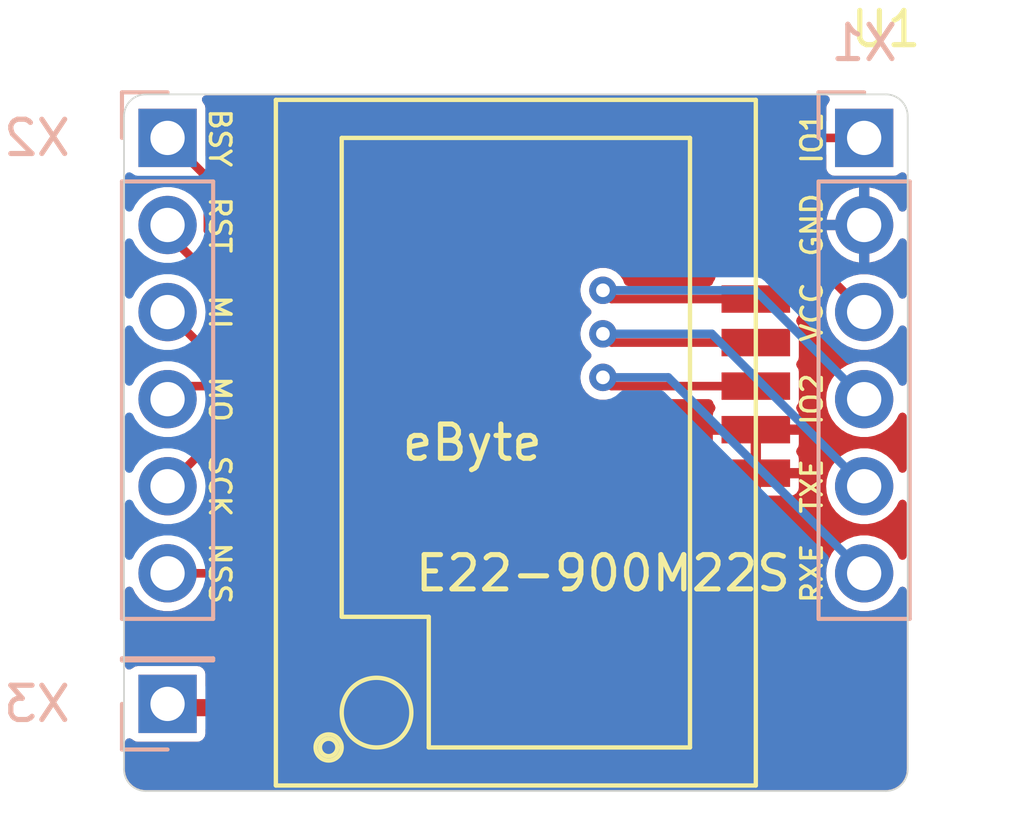
<source format=kicad_pcb>
(kicad_pcb (version 20221018) (generator pcbnew)
  (layers (0 "F.Cu" signal) (31 "B.Cu" signal) (34 "B.Paste" user) (35 "F.Paste" user) (36 "B.SilkS" user "B.Silkscreen") (37 "F.SilkS" user "F.Silkscreen") (38 "B.Mask" user) (39 "F.Mask" user) (44 "Edge.Cuts" user))
  (net 0 "")
  (net 1 "Net-(U1-Pad21)")
  (net 2 "Net-(U1-Pad19)")
  (net 3 "Net-(U1-Pad18)")
  (net 4 "Net-(U1-Pad17)")
  (net 5 "Net-(U1-Pad16)")
  (net 6 "Net-(U1-Pad15)")
  (net 7 "Net-(U1-Pad14)")
  (net 8 "Net-(U1-Pad13)")
  (net 9 "Net-(U1-Pad8)")
  (net 10 "Net-(U1-Pad7)")
  (net 11 "Net-(U1-Pad6)")
  (net 12 "GND")
  (net 13 "VCC")
  (footprint "E22-900M22S:E22-900M22S" (layer "F.Cu") (at 124.46 86.36)
    (fp_text reference "U1" (at 10.795 -12.065) (layer "F.SilkS"))
    (fp_text value "E22-900M22S")
    (fp_text user "E22-900M22S" (at 2.54 3.81) (layer "F.SilkS"))
    (fp_text user "eByte" (at -1.27 0) (layer "F.SilkS"))
    (fp_line (start -7 -10) (end 7 -10) (stroke (width 0.127)) (layer "F.SilkS"))
    (fp_line (start -7 10) (end -7 -10) (stroke (width 0.127)) (layer "F.SilkS"))
    (fp_line (start -5.08 -8.89) (end 5.08 -8.89) (stroke (width 0.127)) (layer "F.SilkS"))
    (fp_line (start -5.08 5.08) (end -5.08 -8.89) (stroke (width 0.127)) (layer "F.SilkS"))
    (fp_line (start -2.54 5.08) (end -5.08 5.08) (stroke (width 0.127)) (layer "F.SilkS"))
    (fp_line (start -2.54 8.89) (end -2.54 5.08) (stroke (width 0.127)) (layer "F.SilkS"))
    (fp_line (start 5.08 -8.89) (end 5.08 8.89) (stroke (width 0.127)) (layer "F.SilkS"))
    (fp_line (start 5.08 8.89) (end -2.54 8.89) (stroke (width 0.127)) (layer "F.SilkS"))
    (fp_line (start 7 -10) (end 7 10) (stroke (width 0.127)) (layer "F.SilkS"))
    (fp_line (start 7 10) (end -7 10) (stroke (width 0.127)) (layer "F.SilkS"))
    (fp_circle (center -5.461 8.89) (end -5.207 8.89) (stroke (width 0.127)) (fill none) (layer "F.SilkS"))
    (fp_circle (center -5.461 8.89) (end -5.08 8.89) (stroke (width 0.127)) (fill none) (layer "F.SilkS"))
    (fp_circle (center -4.064 7.874) (end -3.048 7.874) (stroke (width 0.127)) (fill none) (layer "F.SilkS"))
    (pad "1" smd rect (at 7 9) (size 2 0.8) (layers "F.Cu" "F.Paste" "F.Mask") (net 12 "GND"))
    (pad "2" smd rect (at 7 7.73) (size 2 0.8) (layers "F.Cu" "F.Paste" "F.Mask") (net 12 "GND"))
    (pad "3" smd rect (at 7 6.46) (size 2 0.8) (layers "F.Cu" "F.Paste" "F.Mask") (net 12 "GND"))
    (pad "4" smd rect (at 7 0.89) (size 2 0.8) (layers "F.Cu" "F.Paste" "F.Mask") (net 12 "GND"))
    (pad "5" smd rect (at 7 -0.38) (size 2 0.8) (layers "F.Cu" "F.Paste" "F.Mask") (net 12 "GND"))
    (pad "6" smd rect (at 7 -1.65) (size 2 0.8) (layers "F.Cu" "F.Paste" "F.Mask") (net 11 "Net-(U1-Pad6)"))
    (pad "7" smd rect (at 7 -2.92) (size 2 0.8) (layers "F.Cu" "F.Paste" "F.Mask") (net 10 "Net-(U1-Pad7)"))
    (pad "8" smd rect (at 7 -4.19) (size 2 0.8) (layers "F.Cu" "F.Paste" "F.Mask") (net 9 "Net-(U1-Pad8)"))
    (pad "9" smd rect (at 7 -5.46) (size 2 0.8) (layers "F.Cu" "F.Paste" "F.Mask") (net 13 "VCC"))
    (pad "10" smd rect (at 7 -6.73) (size 2 0.8) (layers "F.Cu" "F.Paste" "F.Mask") (net 12 "GND"))
    (pad "11" smd rect (at 7 -8) (size 2 0.8) (layers "F.Cu" "F.Paste" "F.Mask") (net 12 "GND"))
    (pad "12" smd rect (at -7 -8) (size 2 0.8) (layers "F.Cu" "F.Paste" "F.Mask") (net 12 "GND"))
    (pad "13" smd rect (at -7 -6.73) (size 2 0.8) (layers "F.Cu" "F.Paste" "F.Mask") (net 8 "Net-(U1-Pad13)"))
    (pad "14" smd rect (at -7 -5.46) (size 2 0.8) (layers "F.Cu" "F.Paste" "F.Mask") (net 7 "Net-(U1-Pad14)"))
    (pad "15" smd rect (at -7 -4.19) (size 2 0.8) (layers "F.Cu" "F.Paste" "F.Mask") (net 6 "Net-(U1-Pad15)"))
    (pad "16" smd rect (at -7 -2.92) (size 2 0.8) (layers "F.Cu" "F.Paste" "F.Mask") (net 5 "Net-(U1-Pad16)"))
    (pad "17" smd rect (at -7 -1.65) (size 2 0.8) (layers "F.Cu" "F.Paste" "F.Mask") (net 4 "Net-(U1-Pad17)"))
    (pad "18" smd rect (at -7 -0.38) (size 2 0.8) (layers "F.Cu" "F.Paste" "F.Mask") (net 3 "Net-(U1-Pad18)"))
    (pad "19" smd rect (at -7 0.89) (size 2 0.8) (layers "F.Cu" "F.Paste" "F.Mask") (net 2 "Net-(U1-Pad19)"))
    (pad "20" smd rect (at -7 6.46) (size 2 0.8) (layers "F.Cu" "F.Paste" "F.Mask") (net 12 "GND"))
    (pad "21" smd rect (at -7 7.73) (size 2 0.8) (layers "F.Cu" "F.Paste" "F.Mask") (net 1 "Net-(U1-Pad21)"))
    (pad "22" smd rect (at -7 9) (size 2 0.8) (layers "F.Cu" "F.Paste" "F.Mask") (net 12 "GND"))
  )
  (footprint "Connector_PinSocket_2.54mm:PinSocket_1x06_P2.54mm_Vertical" (layer "B.Cu") (at 114.3 77.47 180)
    (fp_text reference "X2" (at 3.81 0) (layer "B.SilkS") (effects (justify mirror)))
    (fp_text value "Conn_01x06")
    (fp_line (start -1.33 -14.03) (end 1.33 -14.03) (stroke (width 0.12)) (layer "B.SilkS"))
    (fp_line (start -1.33 -1.27) (end -1.33 -14.03) (stroke (width 0.12)) (layer "B.SilkS"))
    (fp_line (start -1.33 -1.27) (end 1.33 -1.27) (stroke (width 0.12)) (layer "B.SilkS"))
    (fp_line (start 0 1.33) (end 1.33 1.33) (stroke (width 0.12)) (layer "B.SilkS"))
    (fp_line (start 1.33 -1.27) (end 1.33 -14.03) (stroke (width 0.12)) (layer "B.SilkS"))
    (fp_line (start 1.33 1.33) (end 1.33 0) (stroke (width 0.12)) (layer "B.SilkS"))
    (pad "1" thru_hole rect (at 0 0 180) (size 1.7 1.7) (drill 1) (layers "*.Cu" "*.Mask") (net 7 "Net-(U1-Pad14)"))
    (pad "2" thru_hole oval (at 0 -2.54 180) (size 1.7 1.7) (drill 1) (layers "*.Cu" "*.Mask") (net 6 "Net-(U1-Pad15)"))
    (pad "3" thru_hole oval (at 0 -5.08 180) (size 1.7 1.7) (drill 1) (layers "*.Cu" "*.Mask") (net 5 "Net-(U1-Pad16)"))
    (pad "4" thru_hole oval (at 0 -7.62 180) (size 1.7 1.7) (drill 1) (layers "*.Cu" "*.Mask") (net 4 "Net-(U1-Pad17)"))
    (pad "5" thru_hole oval (at 0 -10.16 180) (size 1.7 1.7) (drill 1) (layers "*.Cu" "*.Mask") (net 3 "Net-(U1-Pad18)"))
    (pad "6" thru_hole oval (at 0 -12.7 180) (size 1.7 1.7) (drill 1) (layers "*.Cu" "*.Mask") (net 2 "Net-(U1-Pad19)"))
  )
  (footprint "Connector_PinSocket_2.54mm:PinSocket_1x06_P2.54mm_Vertical" (layer "B.Cu") (at 134.62 77.47 180)
    (fp_text reference "X1" (at 0 2.77) (layer "B.SilkS") (effects (justify mirror)))
    (fp_text value "Conn_01x06")
    (fp_line (start -1.33 -14.03) (end 1.33 -14.03) (stroke (width 0.12)) (layer "B.SilkS"))
    (fp_line (start -1.33 -1.27) (end -1.33 -14.03) (stroke (width 0.12)) (layer "B.SilkS"))
    (fp_line (start -1.33 -1.27) (end 1.33 -1.27) (stroke (width 0.12)) (layer "B.SilkS"))
    (fp_line (start 0 1.33) (end 1.33 1.33) (stroke (width 0.12)) (layer "B.SilkS"))
    (fp_line (start 1.33 -1.27) (end 1.33 -14.03) (stroke (width 0.12)) (layer "B.SilkS"))
    (fp_line (start 1.33 1.33) (end 1.33 0) (stroke (width 0.12)) (layer "B.SilkS"))
    (pad "1" thru_hole rect (at 0 0 180) (size 1.7 1.7) (drill 1) (layers "*.Cu" "*.Mask") (net 8 "Net-(U1-Pad13)"))
    (pad "2" thru_hole oval (at 0 -2.54 180) (size 1.7 1.7) (drill 1) (layers "*.Cu" "*.Mask") (net 12 "GND"))
    (pad "3" thru_hole oval (at 0 -5.08 180) (size 1.7 1.7) (drill 1) (layers "*.Cu" "*.Mask") (net 13 "VCC"))
    (pad "4" thru_hole oval (at 0 -7.62 180) (size 1.7 1.7) (drill 1) (layers "*.Cu" "*.Mask") (net 9 "Net-(U1-Pad8)"))
    (pad "5" thru_hole oval (at 0 -10.16 180) (size 1.7 1.7) (drill 1) (layers "*.Cu" "*.Mask") (net 10 "Net-(U1-Pad7)"))
    (pad "6" thru_hole oval (at 0 -12.7 180) (size 1.7 1.7) (drill 1) (layers "*.Cu" "*.Mask") (net 11 "Net-(U1-Pad6)"))
  )
  (footprint "Connector_PinHeader_2.54mm:PinHeader_1x01_P2.54mm_Vertical" (layer "B.Cu") (at 114.3 93.98)
    (fp_text reference "X3" (at -3.81 0) (layer "B.SilkS") (effects (justify mirror)))
    (fp_text value "Conn_01x01")
    (fp_line (start -1.33 -1.33) (end 1.33 -1.33) (stroke (width 0.12)) (layer "B.SilkS"))
    (fp_line (start -1.33 -1.27) (end -1.33 -1.33) (stroke (width 0.12)) (layer "B.SilkS"))
    (fp_line (start -1.33 -1.27) (end 1.33 -1.27) (stroke (width 0.12)) (layer "B.SilkS"))
    (fp_line (start -1.33 0) (end -1.33 1.33) (stroke (width 0.12)) (layer "B.SilkS"))
    (fp_line (start -1.33 1.33) (end 0 1.33) (stroke (width 0.12)) (layer "B.SilkS"))
    (fp_line (start 1.33 -1.27) (end 1.33 -1.33) (stroke (width 0.12)) (layer "B.SilkS"))
    (pad "1" thru_hole rect (at 0 0) (size 1.7 1.7) (drill 1) (layers "*.Cu" "*.Mask") (net 1 "Net-(U1-Pad21)"))
  )
  (gr_line (start 135.89 95.885) (end 135.89 76.835) (stroke (width 0.05)) (layer "Edge.Cuts"))
  (gr_line (start 135.255 76.2) (end 113.665 76.2) (stroke (width 0.05)) (layer "Edge.Cuts"))
  (gr_line (start 113.03 76.835) (end 113.03 95.885) (stroke (width 0.05)) (layer "Edge.Cuts"))
  (gr_line (start 113.665 96.52) (end 135.255 96.52) (stroke (width 0.05)) (layer "Edge.Cuts"))
  (gr_arc (start 135.89 95.885) (mid 135.704013 96.334013) (end 135.255 96.52) (stroke (width 0.05)) (layer "Edge.Cuts"))
  (gr_arc (start 113.03 76.835) (mid 113.215987 76.385987) (end 113.665 76.2) (stroke (width 0.05)) (layer "Edge.Cuts"))
  (gr_arc (start 135.255 76.2) (mid 135.704013 76.385987) (end 135.89 76.835) (stroke (width 0.05)) (layer "Edge.Cuts"))
  (gr_arc (start 113.665 96.52) (mid 113.215987 96.334013) (end 113.03 95.885) (stroke (width 0.05)) (layer "Edge.Cuts"))
  (gr_text "RXE" (at 133.096 90.17 90) (layer "F.SilkS") (effects (font (size 0.6 0.6) (thickness 0.1))))
  (gr_text "BSY" (at 115.824 77.47 -90) (layer "F.SilkS") (effects (font (size 0.6 0.6) (thickness 0.1))))
  (gr_text "VCC" (at 133.096 82.55 90) (layer "F.SilkS") (effects (font (size 0.6 0.6) (thickness 0.1))))
  (gr_text "MI" (at 115.824 82.55 -90) (layer "F.SilkS") (effects (font (size 0.6 0.6) (thickness 0.1))))
  (gr_text "IO2" (at 133.096 85.09 90) (layer "F.SilkS") (effects (font (size 0.6 0.6) (thickness 0.1))))
  (gr_text "MO" (at 115.824 85.09 -90) (layer "F.SilkS") (effects (font (size 0.6 0.6) (thickness 0.1))))
  (gr_text "SCK" (at 115.824 87.63 -90) (layer "F.SilkS") (effects (font (size 0.6 0.6) (thickness 0.1))))
  (gr_text "TXE" (at 133.096 87.63 90) (layer "F.SilkS") (effects (font (size 0.6 0.6) (thickness 0.1))))
  (gr_text "NSS" (at 115.824 90.17 270) (layer "F.SilkS") (effects (font (size 0.6 0.6) (thickness 0.1))))
  (gr_text "IO1" (at 133.096 77.47 90) (layer "F.SilkS") (effects (font (size 0.6 0.6) (thickness 0.1))))
  (gr_text "RST" (at 115.824 80.01 -90) (layer "F.SilkS") (effects (font (size 0.6 0.6) (thickness 0.1))))
  (gr_text "GND" (at 133.096 80.01 90) (layer "F.SilkS") (effects (font (size 0.6 0.6) (thickness 0.1))))
  (segment (start 117.46 94.09) (end 114.41 94.09) (width 0.5) (layer "F.Cu") (net 1))
  (segment (start 114.41 94.09) (end 114.3 93.98) (width 0.5) (layer "F.Cu") (net 1))
  (segment (start 114.3 90.17) (end 116.205 90.17) (width 0.25) (layer "F.Cu") (net 2))
  (segment (start 117.46 88.915) (end 117.46 87.25) (width 0.25) (layer "F.Cu") (net 2))
  (segment (start 116.205 90.17) (end 117.46 88.915) (width 0.25) (layer "F.Cu") (net 2))
  (segment (start 117.46 85.98) (end 115.95 85.98) (width 0.25) (layer "F.Cu") (net 3))
  (segment (start 115.95 85.98) (end 114.3 87.63) (width 0.25) (layer "F.Cu") (net 3))
  (segment (start 117.46 84.71) (end 114.68 84.71) (width 0.25) (layer "F.Cu") (net 4))
  (segment (start 114.68 84.71) (end 114.3 85.09) (width 0.25) (layer "F.Cu") (net 4))
  (segment (start 117.46 83.44) (end 115.19 83.44) (width 0.25) (layer "F.Cu") (net 5))
  (segment (start 115.19 83.44) (end 114.3 82.55) (width 0.25) (layer "F.Cu") (net 5))
  (segment (start 117.46 82.17) (end 116.21 82.17) (width 0.25) (layer "F.Cu") (net 6))
  (segment (start 116.21 82.17) (end 114.3 80.26) (width 0.25) (layer "F.Cu") (net 6))
  (segment (start 114.3 80.26) (end 114.3 80.01) (width 0.25) (layer "F.Cu") (net 6))
  (segment (start 117.46 80.9) (end 116.21 80.9) (width 0.25) (layer "F.Cu") (net 7))
  (segment (start 116.21 80.9) (end 115.475001 80.165001) (width 0.25) (layer "F.Cu") (net 7))
  (segment (start 115.475001 80.165001) (end 115.475001 78.645001) (width 0.25) (layer "F.Cu") (net 7))
  (segment (start 115.475001 78.645001) (end 114.3 77.47) (width 0.25) (layer "F.Cu") (net 7))
  (segment (start 117.46 79.63) (end 120.395 79.63) (width 0.25) (layer "F.Cu") (net 8))
  (segment (start 134.62 77.47) (end 122.555 77.47) (width 0.25) (layer "F.Cu") (net 8))
  (segment (start 120.395 79.63) (end 122.555 77.47) (width 0.25) (layer "F.Cu") (net 8))
  (segment (start 131.46 82.17) (end 127.255 82.17) (width 0.25) (layer "F.Cu") (net 9))
  (segment (start 127.255 82.17) (end 127 81.915) (width 0.25) (layer "F.Cu") (net 9))
  (via (at 127 81.915) (size 0.8) (drill 0.4) (layers "F.Cu" "B.Cu") (net 9))
  (segment (start 131.445 81.915) (end 134.62 85.09) (width 0.25) (layer "B.Cu") (net 9))
  (segment (start 127 81.915) (end 131.445 81.915) (width 0.25) (layer "B.Cu") (net 9))
  (segment (start 127.255 83.44) (end 127 83.185) (width 0.25) (layer "F.Cu") (net 10))
  (segment (start 131.46 83.44) (end 127.255 83.44) (width 0.25) (layer "F.Cu") (net 10))
  (via (at 127 83.185) (size 0.8) (drill 0.4) (layers "F.Cu" "B.Cu") (net 10))
  (segment (start 127 83.185) (end 130.175 83.185) (width 0.25) (layer "B.Cu") (net 10))
  (segment (start 130.175 83.185) (end 134.62 87.63) (width 0.25) (layer "B.Cu") (net 10))
  (segment (start 131.46 84.71) (end 127.255 84.71) (width 0.25) (layer "F.Cu") (net 11))
  (segment (start 127.255 84.71) (end 127 84.455) (width 0.25) (layer "F.Cu") (net 11))
  (via (at 127 84.455) (size 0.8) (drill 0.4) (layers "F.Cu" "B.Cu") (net 11))
  (segment (start 128.905 84.455) (end 134.62 90.17) (width 0.25) (layer "B.Cu") (net 11))
  (segment (start 127 84.455) (end 128.905 84.455) (width 0.25) (layer "B.Cu") (net 11))
  (segment (start 132.97 80.9) (end 134.62 82.55) (width 0.25) (layer "F.Cu") (net 13))
  (segment (start 131.46 80.9) (end 132.97 80.9) (width 0.25) (layer "F.Cu") (net 13))
  (zone (net 12) (net_name "GND") (layer "F.Cu") (connect_pads (clearance 0.254)) (min_thickness 0.254) (fill yes (thermal_gap 0.254) (thermal_bridge_width 0.3))
    (polygon (pts (xy 136.525 97.155) (xy 112.395 97.155) (xy 112.395 75.565) (xy 136.525 75.565)))
  )
  (zone (net 12) (net_name "GND") (layer "B.Cu") (connect_pads (clearance 0.254)) (min_thickness 0.254) (fill yes (thermal_gap 0.254) (thermal_bridge_width 0.3))
    (polygon (pts (xy 137.16 97.79) (xy 111.76 97.79) (xy 111.76 74.93) (xy 137.16 74.93)))
  )
)
</source>
